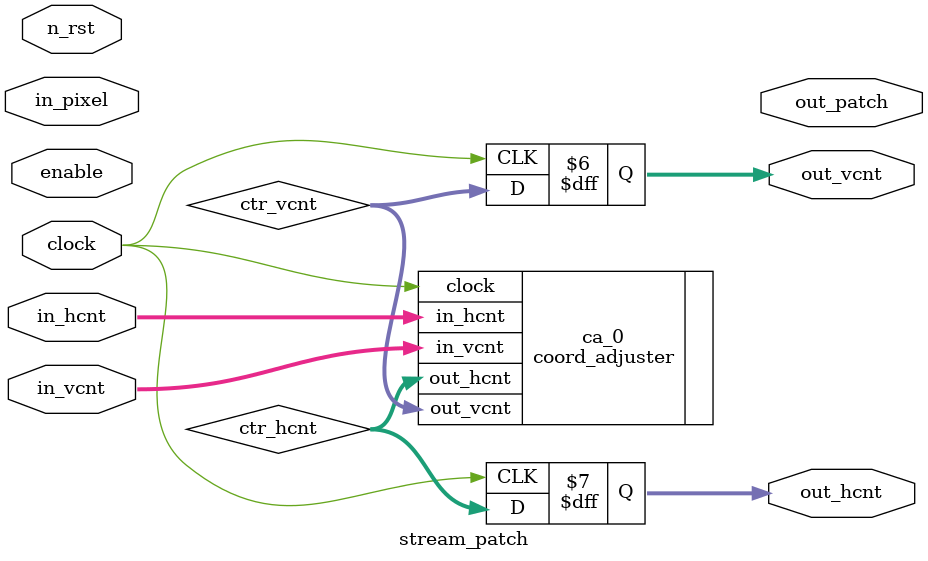
<source format=v>
`default_nettype none
`timescale 1ns/1ns

module stream_patch
#( parameter integer BIT_WIDTH    = -1, // image bit width
    parameter integer IMAGE_HEIGHT = -1, // | image size
    parameter integer IMAGE_WIDTH  = -1, // |
    parameter integer FRAME_HEIGHT = -1, //   | frame size (including sync)
    parameter integer FRAME_WIDTH  = -1, //   |
    parameter integer PATCH_HEIGHT = -1, // | patch size
    parameter integer PATCH_WIDTH  = -1, // |
    parameter integer CENTER_V     = PATCH_HEIGHT / 2, // | center position
    parameter integer CENTER_H     = PATCH_WIDTH  / 2, // |
parameter integer PADDING      = 1 ) // to apply padding or not
( clock,     n_rst,    enable,
    in_pixel,  in_vcnt,  in_hcnt,
out_patch, out_vcnt, out_hcnt );

// local parameters --------------------------------------------------------
localparam integer V_BITW     = log2(FRAME_HEIGHT);
localparam integer H_BITW     = log2(FRAME_WIDTH);
localparam integer PATCH_BITW = BIT_WIDTH * PATCH_WIDTH * PATCH_HEIGHT;

// inputs ------------------------------------------------------------------
input wire                  clock, n_rst, enable;
input wire [BIT_WIDTH-1:0]  in_pixel;
input wire [V_BITW-1:0]     in_vcnt;
input wire [H_BITW-1:0]     in_hcnt;

// outputs -----------------------------------------------------------------
output reg [0:PATCH_BITW-1] out_patch;
// example where the patch size is (3, 3) and the bit width is 8:
//
//   \ h  0 1 2 
//   v\  _______    ________a________ ____b____ ____c____ ____d____
//   0  | a b c |  |_7_6_5_4_3_2_1_0_|_7_..._0_|_7_..._0_|_7_..._0_|...
//   1  | d e f |    0 1    ...    7   8 ... 15 16 ... 23 24 ... 31 ...
//   2  |_g_h_i_|
//
// i.e. out_patch = {a[7:0], b[7:0], c[7:0], d[7:0], ..., i[7:0]}
output reg [V_BITW-1:0]     out_vcnt;
output reg [H_BITW-1:0]     out_hcnt;
// if the center position is (2, 1) in the example above,
// these output coordinates correspond to the pixel <h>

// integer / genvar --------------------------------------------------------
genvar      v, h;

// patch extraction --------------------------------------------------------
reg [BIT_WIDTH-1:0]     patch[0:PATCH_HEIGHT-1][0:PATCH_WIDTH-1];
generate
//enable Buff
reg reg_enable;
always @(posedge clock)
    reg_enable <= enable;
// <delay> modules (FIFO)
for(v = 1; v < PATCH_HEIGHT; v = v + 1) begin: stp_delay_v
    wire [BIT_WIDTH-1:0] delay_out;
    delay
    #( .BIT_WIDTH(BIT_WIDTH), .LATENCY(FRAME_WIDTH - PATCH_WIDTH) )
    dly_0
    (  .clock(clock),      .n_rst(n_rst),   .enable(reg_enable),
    .in_data(patch[v][0]), .out_data(delay_out) );
end
// patch (shift registers)
for(v = 0; v < PATCH_HEIGHT; v = v + 1) begin: stp_patch_v
    for(h = 0; h < PATCH_WIDTH - 1; h = h + 1) begin: stp_patch_h
        always @(posedge clock)
            patch[v][h] <= patch[v][h+1];
    end
    if(v == PATCH_HEIGHT - 1) begin
        always @(posedge clock)
            patch[v][PATCH_WIDTH-1] <= in_pixel;
    end
    else begin
        always @(posedge clock)
            patch[v][PATCH_WIDTH-1] <= stp_delay_v[v+1].delay_out;
    end
end     
endgenerate

// coordinates adjustment based on the given center position ---------------
wire [V_BITW-1:0]     ctr_vcnt;
wire [H_BITW-1:0]     ctr_hcnt;
coord_adjuster
#( .FRAME_HEIGHT(FRAME_HEIGHT), .FRAME_WIDTH(FRAME_WIDTH),
.LATENCY( (PATCH_HEIGHT - 1 - CENTER_V) * FRAME_WIDTH + (PATCH_WIDTH - 1 - CENTER_H) + 1 ) )
ca_0
(  .clock(clock), .in_vcnt(in_vcnt), .in_hcnt(in_hcnt),
.out_vcnt(ctr_vcnt), .out_hcnt(ctr_hcnt)  );

// padding and output ------------------------------------------------------
generate
for(v = 0; v < PATCH_HEIGHT; v = v + 1) begin: stp_pad_v
    for(h = 0; h < PATCH_WIDTH; h = h + 1) begin: stp_pad_h
        wire [log2(PATCH_HEIGHT)-1:0] tgt_v;
        wire [log2(PATCH_WIDTH)-1:0]  tgt_h;
        if(PADDING == 0) begin
            assign tgt_v = v;
            assign tgt_h = h;
        end
        else begin
            assign tgt_v = (v + ctr_vcnt < CENTER_V) ? CENTER_V - ctr_vcnt :
            (IMAGE_HEIGHT + CENTER_V <= v + ctr_vcnt) ?
            (CENTER_V + IMAGE_HEIGHT - 1) - ctr_vcnt : v;
            assign tgt_h = (h + ctr_hcnt < CENTER_H) ? CENTER_H - ctr_hcnt :
            (IMAGE_WIDTH + CENTER_H <= h + ctr_hcnt) ?
            (CENTER_H + IMAGE_WIDTH - 1) - ctr_hcnt : h;
        end
        always @(posedge clock)
            out_patch[(v * PATCH_WIDTH + h) * BIT_WIDTH +: BIT_WIDTH] <= ((ctr_vcnt < IMAGE_HEIGHT) && (ctr_hcnt < IMAGE_WIDTH)) ? patch[tgt_v][tgt_h] : 0;
    end
end
always @(posedge clock)
    {out_vcnt, out_hcnt} <= {ctr_vcnt, ctr_hcnt}; 
endgenerate

// functions ---------------------------------------------------------------
function integer log2;
    input integer value;
    begin
        value = value - 1;
        for ( log2 = 0; value > 0; log2 = log2 + 1 )
            value = value >> 1;
    end
endfunction

endmodule
`default_nettype wire

</source>
